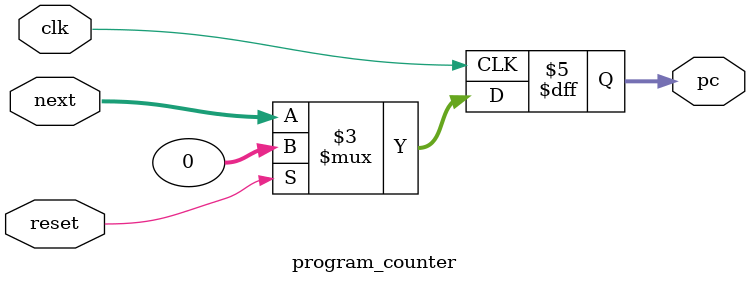
<source format=sv>

module program_counter (
    input logic clk, reset,
    input logic [31:0] next,
    output logic [31:0] pc
);

    always_ff @(posedge clk) begin
        if (reset) begin
            pc <= 32'b0;
        end else begin
            pc <= next;
        end
    end

endmodule

</source>
